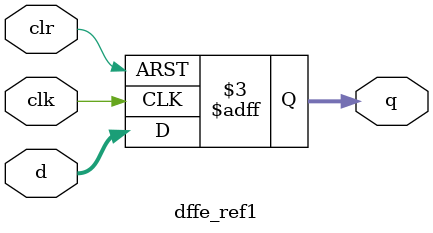
<source format=v>
module dffe_ref1(q, d, clk, clr);
   
   //Inputs
   input [11:0] d;
	input	clk, clr;
   
   //Internal wire
   wire clr;

   //Output
   output [11:0] q;
   
   //Register
   reg [11:0] q;

   //Intialize q to 0
   initial
   begin
       q = 12'b0;
   end

   //Set value of q on positive edge of the clock or clear
   always @(posedge clk or posedge clr) begin
       //If clear is high, set q to 0
       if (clr) begin
           q <= 12'b0;
       end 
		 else begin
           q <= d;
       end
   end
endmodule




</source>
